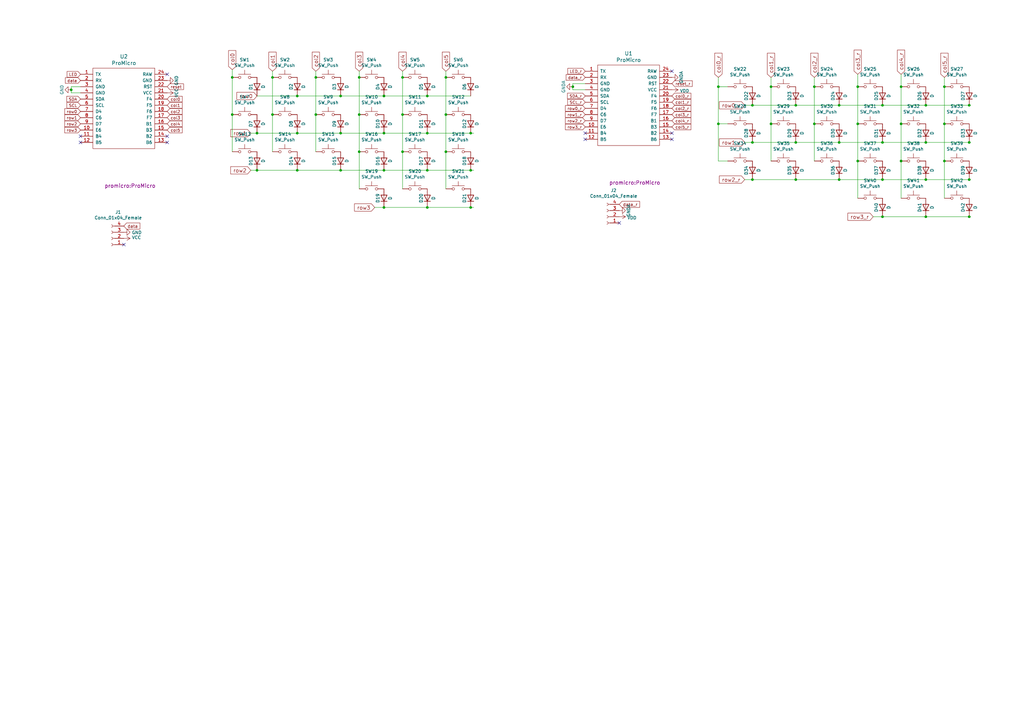
<source format=kicad_sch>
(kicad_sch (version 20211123) (generator eeschema)
  (paper "A3")
  (title_block (title "Corne Cherry") (date "2020-09-28") (rev "3.0.1") (company "foostan"))
  (lib_symbols
    (symbol "Connector:Conn_01x04_Female" (pin_names (offset 1.016) hide)
      (property "Reference" "J" (at 0 5.08 0))
      (property "Value" "Conn_01x04_Female" (at 0 -7.62 0))
      (symbol "Conn_01x04_Female_1_1"
        (arc (start 0 -4.572) (mid -0.508 -5.08) (end 0 -5.588) (stroke (width 0.1524)))
        (arc (start 0 -2.032) (mid -0.508 -2.54) (end 0 -3.048) (stroke (width 0.1524)))
        (polyline (pts (xy -1.27 -5.08) (xy -0.508 -5.08)) (stroke (width 0.1524)))
        (polyline (pts (xy -1.27 -2.54) (xy -0.508 -2.54)) (stroke (width 0.1524)))
        (polyline (pts (xy -1.27 0) (xy -0.508 0)) (stroke (width 0.1524)))
        (polyline (pts (xy -1.27 2.54) (xy -0.508 2.54)) (stroke (width 0.1524)))
        (arc (start 0 0.508) (mid -0.508 0) (end 0 -0.508) (stroke (width 0.1524)))
        (arc (start 0 3.048) (mid -0.508 2.54) (end 0 2.032) (stroke (width 0.1524)))
        (pin passive line (at -5.08 2.54 0) (length 3.81) (name "Pin_1") (number "1"))
        (pin passive line (at -5.08 0 0) (length 3.81) (name "Pin_2") (number "2"))
        (pin passive line (at -5.08 -2.54 0) (length 3.81) (name "Pin_3") (number "3"))
        (pin passive line (at -5.08 -5.08 0) (length 3.81) (name "Pin_4") (number "4"))
      )
    )
    (symbol "Device:D" (pin_numbers hide) (pin_names (offset 1.016) hide)
      (property "Reference" "D" (at 0 2.54 0))
      (property "Value" "D" (at 0 -2.54 0))
      (symbol "D_0_1"
        (polyline (pts (xy -1.27 1.27) (xy -1.27 -1.27)) (stroke (width 0.254)))
        (polyline (pts (xy 1.27 0) (xy -1.27 0)))
        (polyline (pts (xy 1.27 1.27) (xy 1.27 -1.27) (xy -1.27 0) (xy 1.27 1.27)) (stroke (width 0.254)))
      )
      (symbol "D_1_1"
        (pin passive line (at -3.81 0 0) (length 2.54) (name "K") (number "1"))
        (pin passive line (at 3.81 0 180) (length 2.54) (name "A") (number "2"))
      )
    )
    (symbol "Switch:SW_Push" (pin_numbers hide) (pin_names (offset 1.016) hide)
      (property "Reference" "SW" (at 1.27 2.54 0))
      (property "Value" "SW_Push" (at 0 -1.524 0))
      (symbol "SW_Push_0_1"
        (circle (center -2.032 0) (radius 0.508))
        (polyline (pts (xy 0 1.27) (xy 0 3.048)))
        (polyline (pts (xy 2.54 1.27) (xy -2.54 1.27)))
        (circle (center 2.032 0) (radius 0.508))
        (pin passive line (at -5.08 0 0) (length 2.54) (name "1") (number "1"))
        (pin passive line (at 5.08 0 180) (length 2.54) (name "2") (number "2"))
      )
    )
    (symbol "power:GND" (power) (pin_names (offset 0))
      (property "Value" "GND" (at 0 -3.81 0))
      (symbol "GND_0_1"
        (polyline (pts (xy 0 0) (xy 0 -1.27) (xy 1.27 -1.27) (xy 0 -2.54) (xy -1.27 -1.27) (xy 0 -1.27)))
      )
      (symbol "GND_1_1"
        (pin power_in line (at 0 0 270) (length 0) hide (name "GND") (number "1"))
      )
    )
    (symbol "power:GNDA" (power) (pin_names (offset 0))
      (property "Value" "GNDA" (at 0 -3.81 0))
      (symbol "GNDA_0_1"
        (polyline (pts (xy 0 0) (xy 0 -1.27) (xy 1.27 -1.27) (xy 0 -2.54) (xy -1.27 -1.27) (xy 0 -1.27)))
      )
      (symbol "GNDA_1_1"
        (pin power_in line (at 0 0 270) (length 0) hide (name "GNDA") (number "1"))
      )
    )
    (symbol "power:VCC" (power) (pin_names (offset 0))
      (property "Value" "VCC" (at 0 3.81 0))
      (symbol "VCC_0_1"
        (polyline (pts (xy -0.762 1.27) (xy 0 2.54)))
        (polyline (pts (xy 0 0) (xy 0 2.54)))
        (polyline (pts (xy 0 2.54) (xy 0.762 1.27)))
      )
      (symbol "VCC_1_1"
        (pin power_in line (at 0 0 90) (length 0) hide (name "VCC") (number "1"))
      )
    )
    (symbol "power:VDD" (power) (pin_names (offset 0))
      (property "Value" "VDD" (at 0 3.81 0))
      (symbol "VDD_0_1"
        (polyline (pts (xy -0.762 1.27) (xy 0 2.54)))
        (polyline (pts (xy 0 0) (xy 0 2.54)))
        (polyline (pts (xy 0 2.54) (xy 0.762 1.27)))
      )
      (symbol "VDD_1_1"
        (pin power_in line (at 0 0 90) (length 0) hide (name "VDD") (number "1"))
      )
    )
    (symbol "promicro:ProMicro" (pin_names (offset 1.016))
      (property "Reference" "U" (at 0 24.13 0))
      (property "Value" "ProMicro" (at 0 -13.97 0))
      (symbol "ProMicro_0_1"
        (rectangle (start -12.7 21.59) (end 12.7 -11.43))
      )
      (symbol "ProMicro_1_1"
        (pin bidirectional line (at -17.78 19.05 0) (length 5.08) (name "TX") (number "1"))
        (pin bidirectional line (at -17.78 -3.81 0) (length 5.08) (name "E6") (number "10"))
        (pin bidirectional line (at -17.78 -6.35 0) (length 5.08) (name "B4") (number "11"))
        (pin bidirectional line (at -17.78 -8.89 0) (length 5.08) (name "B5") (number "12"))
        (pin bidirectional line (at 17.78 -8.89 180) (length 5.08) (name "B6") (number "13"))
        (pin bidirectional line (at 17.78 -6.35 180) (length 5.08) (name "B2") (number "14"))
        (pin bidirectional line (at 17.78 -3.81 180) (length 5.08) (name "B3") (number "15"))
        (pin bidirectional line (at 17.78 -1.27 180) (length 5.08) (name "B1") (number "16"))
        (pin bidirectional line (at 17.78 1.27 180) (length 5.08) (name "F7") (number "17"))
        (pin bidirectional line (at 17.78 3.81 180) (length 5.08) (name "F6") (number "18"))
        (pin bidirectional line (at 17.78 6.35 180) (length 5.08) (name "F5") (number "19"))
        (pin bidirectional line (at -17.78 16.51 0) (length 5.08) (name "RX") (number "2"))
        (pin bidirectional line (at 17.78 8.89 180) (length 5.08) (name "F4") (number "20"))
        (pin power_in line (at 17.78 11.43 180) (length 5.08) (name "VCC") (number "21"))
        (pin input line (at 17.78 13.97 180) (length 5.08) (name "RST") (number "22"))
        (pin power_in line (at 17.78 16.51 180) (length 5.08) (name "GND") (number "23"))
        (pin power_out line (at 17.78 19.05 180) (length 5.08) (name "RAW") (number "24"))
        (pin power_in line (at -17.78 13.97 0) (length 5.08) (name "GND") (number "3"))
        (pin power_in line (at -17.78 11.43 0) (length 5.08) (name "GND") (number "4"))
        (pin bidirectional line (at -17.78 8.89 0) (length 5.08) (name "SDA") (number "5"))
        (pin bidirectional line (at -17.78 6.35 0) (length 5.08) (name "SCL") (number "6"))
        (pin bidirectional line (at -17.78 3.81 0) (length 5.08) (name "D4") (number "7"))
        (pin bidirectional line (at -17.78 1.27 0) (length 5.08) (name "C6") (number "8"))
        (pin bidirectional line (at -17.78 -1.27 0) (length 5.08) (name "D7") (number "9"))
      )
    )
  )
  (junction (at 175.26 69.85))
  (junction (at 129.54 46.99))
  (junction (at 105.41 69.85))
  (junction (at 334.01 35.56))
  (junction (at 294.64 35.56))
  (junction (at 182.88 31.75))
  (junction (at 175.26 54.61))
  (junction (at 111.76 46.99))
  (junction (at 95.25 46.99))
  (junction (at 308.61 73.66))
  (junction (at 157.48 69.85))
  (junction (at 147.32 62.23))
  (junction (at 326.39 43.18))
  (junction (at 165.1 46.99))
  (junction (at 351.79 35.56))
  (junction (at 344.17 73.66))
  (junction (at 182.88 62.23))
  (junction (at 361.95 58.42))
  (junction (at 316.23 35.56))
  (junction (at 397.51 73.66))
  (junction (at 157.48 85.09))
  (junction (at 175.26 39.37))
  (junction (at 308.61 43.18))
  (junction (at 95.25 31.75))
  (junction (at 379.73 73.66))
  (junction (at 369.57 35.56))
  (junction (at 387.35 50.8))
  (junction (at 387.35 35.56))
  (junction (at 147.32 31.75))
  (junction (at 379.73 58.42))
  (junction (at 369.57 66.04))
  (junction (at 129.54 31.75))
  (junction (at 175.26 85.09))
  (junction (at 105.41 54.61))
  (junction (at 193.04 54.61))
  (junction (at 111.76 31.75))
  (junction (at 121.92 69.85))
  (junction (at 165.1 62.23))
  (junction (at 29.21 36.83))
  (junction (at 121.92 39.37))
  (junction (at 157.48 39.37))
  (junction (at 351.79 66.04))
  (junction (at 344.17 43.18))
  (junction (at 351.79 50.8))
  (junction (at 379.73 43.18))
  (junction (at 344.17 58.42))
  (junction (at 361.95 88.9))
  (junction (at 326.39 73.66))
  (junction (at 316.23 50.8))
  (junction (at 397.51 58.42))
  (junction (at 334.01 50.8))
  (junction (at 193.04 85.09))
  (junction (at 121.92 54.61))
  (junction (at 139.7 39.37))
  (junction (at 139.7 69.85))
  (junction (at 379.73 88.9))
  (junction (at 157.48 54.61))
  (junction (at 182.88 46.99))
  (junction (at 369.57 50.8))
  (junction (at 308.61 58.42))
  (junction (at 234.95 35.56))
  (junction (at 387.35 66.04))
  (junction (at 193.04 69.85))
  (junction (at 397.51 43.18))
  (junction (at 397.51 88.9))
  (junction (at 139.7 54.61))
  (junction (at 326.39 58.42))
  (junction (at 147.32 46.99))
  (junction (at 361.95 73.66))
  (junction (at 361.95 43.18))
  (junction (at 165.1 31.75))
  (junction (at 294.64 50.8))
  (no_connect (at 68.58 58.42))
  (no_connect (at 240.03 54.61))
  (no_connect (at 50.8 100.33))
  (no_connect (at 254 91.44))
  (no_connect (at 275.59 57.15))
  (no_connect (at 275.59 29.21))
  (no_connect (at 240.03 57.15))
  (no_connect (at 68.58 55.88))
  (no_connect (at 33.02 58.42))
  (no_connect (at 275.59 54.61))
  (no_connect (at 68.58 30.48))
  (no_connect (at 33.02 55.88))
  (wire (pts (xy 193.04 54.61) (xy 194.31 54.61)))
  (wire (pts (xy 102.87 54.61) (xy 105.41 54.61)))
  (wire (pts (xy 157.48 85.09) (xy 153.67 85.09)))
  (wire (pts (xy 121.92 69.85) (xy 139.7 69.85)))
  (wire (pts (xy 369.57 30.48) (xy 369.57 35.56)))
  (wire (pts (xy 351.79 30.48) (xy 351.79 35.56)))
  (wire (pts (xy 182.88 46.99) (xy 182.88 62.23)))
  (wire (pts (xy 29.21 38.1) (xy 29.21 36.83)))
  (wire (pts (xy 157.48 39.37) (xy 175.26 39.37)))
  (wire (pts (xy 234.95 34.29) (xy 234.95 35.56)))
  (wire (pts (xy 351.79 35.56) (xy 351.79 50.8)))
  (wire (pts (xy 344.17 43.18) (xy 361.95 43.18)))
  (wire (pts (xy 147.32 31.75) (xy 147.32 46.99)))
  (wire (pts (xy 369.57 35.56) (xy 369.57 50.8)))
  (wire (pts (xy 379.73 73.66) (xy 397.51 73.66)))
  (wire (pts (xy 182.88 62.23) (xy 182.88 77.47)))
  (wire (pts (xy 387.35 31.75) (xy 387.35 35.56)))
  (wire (pts (xy 294.64 35.56) (xy 294.64 50.8)))
  (wire (pts (xy 33.02 38.1) (xy 29.21 38.1)))
  (wire (pts (xy 379.73 43.18) (xy 397.51 43.18)))
  (wire (pts (xy 234.95 36.83) (xy 240.03 36.83)))
  (wire (pts (xy 121.92 39.37) (xy 139.7 39.37)))
  (wire (pts (xy 139.7 54.61) (xy 157.48 54.61)))
  (wire (pts (xy 95.25 31.75) (xy 95.25 46.99)))
  (wire (pts (xy 102.87 69.85) (xy 105.41 69.85)))
  (wire (pts (xy 351.79 50.8) (xy 351.79 66.04)))
  (wire (pts (xy 294.64 50.8) (xy 294.64 66.04)))
  (wire (pts (xy 139.7 69.85) (xy 157.48 69.85)))
  (wire (pts (xy 308.61 73.66) (xy 326.39 73.66)))
  (wire (pts (xy 111.76 46.99) (xy 111.76 62.23)))
  (wire (pts (xy 105.41 39.37) (xy 121.92 39.37)))
  (wire (pts (xy 175.26 85.09) (xy 157.48 85.09)))
  (wire (pts (xy 175.26 54.61) (xy 193.04 54.61)))
  (wire (pts (xy 369.57 66.04) (xy 369.57 81.28)))
  (wire (pts (xy 397.51 58.42) (xy 398.145 58.42)))
  (wire (pts (xy 379.73 88.9) (xy 397.51 88.9)))
  (wire (pts (xy 139.7 39.37) (xy 157.48 39.37)))
  (wire (pts (xy 308.61 58.42) (xy 326.39 58.42)))
  (wire (pts (xy 397.51 73.66) (xy 398.145 73.66)))
  (wire (pts (xy 157.48 54.61) (xy 175.26 54.61)))
  (wire (pts (xy 298.45 66.04) (xy 294.64 66.04)))
  (wire (pts (xy 358.14 88.9) (xy 361.95 88.9)))
  (wire (pts (xy 193.04 69.85) (xy 194.31 69.85)))
  (wire (pts (xy 326.39 58.42) (xy 344.17 58.42)))
  (wire (pts (xy 193.04 85.09) (xy 194.31 85.09)))
  (wire (pts (xy 351.79 66.04) (xy 351.79 81.28)))
  (wire (pts (xy 305.435 58.42) (xy 308.61 58.42)))
  (wire (pts (xy 95.25 46.99) (xy 95.25 62.23)))
  (wire (pts (xy 334.01 31.75) (xy 334.01 35.56)))
  (wire (pts (xy 129.54 46.99) (xy 129.54 31.75)))
  (wire (pts (xy 105.41 54.61) (xy 121.92 54.61)))
  (wire (pts (xy 294.64 31.75) (xy 294.64 35.56)))
  (wire (pts (xy 129.54 62.23) (xy 129.54 46.99)))
  (wire (pts (xy 326.39 43.18) (xy 344.17 43.18)))
  (wire (pts (xy 397.51 88.9) (xy 398.145 88.9)))
  (wire (pts (xy 234.95 35.56) (xy 234.95 36.83)))
  (wire (pts (xy 29.21 35.56) (xy 29.21 36.83)))
  (wire (pts (xy 175.26 69.85) (xy 193.04 69.85)))
  (wire (pts (xy 361.95 73.66) (xy 379.73 73.66)))
  (wire (pts (xy 361.95 58.42) (xy 379.73 58.42)))
  (wire (pts (xy 165.1 46.99) (xy 165.1 62.23)))
  (wire (pts (xy 95.25 28.575) (xy 95.25 31.75)))
  (wire (pts (xy 334.01 50.8) (xy 334.01 66.04)))
  (wire (pts (xy 326.39 73.66) (xy 344.17 73.66)))
  (wire (pts (xy 387.35 66.04) (xy 387.35 81.28)))
  (wire (pts (xy 361.95 88.9) (xy 379.73 88.9)))
  (wire (pts (xy 334.01 35.56) (xy 334.01 50.8)))
  (wire (pts (xy 105.41 69.85) (xy 121.92 69.85)))
  (wire (pts (xy 157.48 69.85) (xy 175.26 69.85)))
  (wire (pts (xy 316.23 31.75) (xy 316.23 35.56)))
  (wire (pts (xy 111.76 31.75) (xy 111.76 46.99)))
  (wire (pts (xy 147.32 46.99) (xy 147.32 62.23)))
  (wire (pts (xy 316.23 35.56) (xy 316.23 50.8)))
  (wire (pts (xy 316.23 50.8) (xy 316.23 66.04)))
  (wire (pts (xy 111.76 29.21) (xy 111.76 31.75)))
  (wire (pts (xy 344.17 73.66) (xy 361.95 73.66)))
  (wire (pts (xy 121.92 54.61) (xy 139.7 54.61)))
  (wire (pts (xy 182.88 31.75) (xy 182.88 46.99)))
  (wire (pts (xy 369.57 50.8) (xy 369.57 66.04)))
  (wire (pts (xy 129.54 31.75) (xy 129.54 29.21)))
  (wire (pts (xy 147.32 62.23) (xy 147.32 77.47)))
  (wire (pts (xy 298.45 50.8) (xy 294.64 50.8)))
  (wire (pts (xy 361.95 43.18) (xy 379.73 43.18)))
  (wire (pts (xy 298.45 35.56) (xy 294.64 35.56)))
  (wire (pts (xy 305.435 73.66) (xy 308.61 73.66)))
  (wire (pts (xy 182.88 29.21) (xy 182.88 31.75)))
  (wire (pts (xy 147.32 29.21) (xy 147.32 31.75)))
  (wire (pts (xy 344.17 58.42) (xy 361.95 58.42)))
  (wire (pts (xy 175.26 39.37) (xy 193.04 39.37)))
  (wire (pts (xy 240.03 34.29) (xy 234.95 34.29)))
  (wire (pts (xy 387.35 50.8) (xy 387.35 66.04)))
  (wire (pts (xy 165.1 29.21) (xy 165.1 31.75)))
  (wire (pts (xy 165.1 31.75) (xy 165.1 46.99)))
  (wire (pts (xy 175.26 85.09) (xy 193.04 85.09)))
  (wire (pts (xy 379.73 58.42) (xy 397.51 58.42)))
  (wire (pts (xy 397.51 43.18) (xy 398.145 43.18)))
  (wire (pts (xy 305.435 43.18) (xy 308.61 43.18)))
  (wire (pts (xy 387.35 35.56) (xy 387.35 50.8)))
  (wire (pts (xy 165.1 62.23) (xy 165.1 77.47)))
  (wire (pts (xy 33.02 35.56) (xy 29.21 35.56)))
  (wire (pts (xy 308.61 43.18) (xy 326.39 43.18)))
  (global_label "col4" (shape input) (at 165.1 29.21 90) (effects (font (size 1.524 1.524))) (property "Intersheet References" "${INTERSHEET_REFS}" (effects hide)))
  (global_label "col3_r" (shape input) (at 275.59 46.99 0) (effects (font (size 1.1938 1.1938))) (property "Intersheet References" "${INTERSHEET_REFS}" (effects hide)))
  (global_label "col1_r" (shape input) (at 316.23 31.75 90) (effects (font (size 1.524 1.524))) (property "Intersheet References" "${INTERSHEET_REFS}" (effects hide)))
  (global_label "col1" (shape input) (at 68.58 43.18 0) (effects (font (size 1.1938 1.1938))) (property "Intersheet References" "${INTERSHEET_REFS}" (effects hide)))
  (global_label "data_r" (shape input) (at 240.03 31.75 180) (effects (font (size 1.1938 1.1938))) (property "Intersheet References" "${INTERSHEET_REFS}" (effects hide)))
  (global_label "col1_r" (shape input) (at 275.59 41.91 0) (effects (font (size 1.1938 1.1938))) (property "Intersheet References" "${INTERSHEET_REFS}" (effects hide)))
  (global_label "row1" (shape input) (at 33.02 48.26 180) (effects (font (size 1.1938 1.1938))) (property "Intersheet References" "${INTERSHEET_REFS}" (effects hide)))
  (global_label "SCL_r" (shape input) (at 240.03 41.91 180) (effects (font (size 1.1938 1.1938))) (property "Intersheet References" "${INTERSHEET_REFS}" (effects hide)))
  (global_label "col0" (shape input) (at 68.58 40.64 0) (effects (font (size 1.1938 1.1938))) (property "Intersheet References" "${INTERSHEET_REFS}" (effects hide)))
  (global_label "col2_r" (shape input) (at 275.59 44.45 0) (effects (font (size 1.1938 1.1938))) (property "Intersheet References" "${INTERSHEET_REFS}" (effects hide)))
  (global_label "col2" (shape input) (at 129.54 29.21 90) (effects (font (size 1.524 1.524))) (property "Intersheet References" "${INTERSHEET_REFS}" (effects hide)))
  (global_label "row3_r" (shape input) (at 358.14 88.9 180) (effects (font (size 1.524 1.524))) (property "Intersheet References" "${INTERSHEET_REFS}" (effects hide)))
  (global_label "row0_r" (shape input) (at 305.435 43.18 180) (effects (font (size 1.524 1.524))) (property "Intersheet References" "${INTERSHEET_REFS}" (effects hide)))
  (global_label "SCL" (shape input) (at 33.02 43.18 180) (effects (font (size 1.1938 1.1938))) (property "Intersheet References" "${INTERSHEET_REFS}" (effects hide)))
  (global_label "row0_r" (shape input) (at 240.03 44.45 180) (effects (font (size 1.1938 1.1938))) (property "Intersheet References" "${INTERSHEET_REFS}" (effects hide)))
  (global_label "row3" (shape input) (at 153.67 85.09 180) (effects (font (size 1.524 1.524))) (property "Intersheet References" "${INTERSHEET_REFS}" (effects hide)))
  (global_label "col4_r" (shape input) (at 369.57 30.48 90) (effects (font (size 1.524 1.524))) (property "Intersheet References" "${INTERSHEET_REFS}" (effects hide)))
  (global_label "col0" (shape input) (at 95.25 28.575 90) (effects (font (size 1.524 1.524))) (property "Intersheet References" "${INTERSHEET_REFS}" (effects hide)))
  (global_label "row3" (shape input) (at 33.02 53.34 180) (effects (font (size 1.1938 1.1938))) (property "Intersheet References" "${INTERSHEET_REFS}" (effects hide)))
  (global_label "row1" (shape input) (at 102.87 54.61 180) (effects (font (size 1.524 1.524))) (property "Intersheet References" "${INTERSHEET_REFS}" (effects hide)))
  (global_label "row2" (shape input) (at 33.02 50.8 180) (effects (font (size 1.1938 1.1938))) (property "Intersheet References" "${INTERSHEET_REFS}" (effects hide)))
  (global_label "reset_r" (shape input) (at 275.59 34.29 0) (effects (font (size 1.1938 1.1938))) (property "Intersheet References" "${INTERSHEET_REFS}" (effects hide)))
  (global_label "col1" (shape input) (at 111.76 29.21 90) (effects (font (size 1.524 1.524))) (property "Intersheet References" "${INTERSHEET_REFS}" (effects hide)))
  (global_label "row2_r" (shape input) (at 240.03 49.53 180) (effects (font (size 1.1938 1.1938))) (property "Intersheet References" "${INTERSHEET_REFS}" (effects hide)))
  (global_label "col3_r" (shape input) (at 351.79 30.48 90) (effects (font (size 1.524 1.524))) (property "Intersheet References" "${INTERSHEET_REFS}" (effects hide)))
  (global_label "col5_r" (shape input) (at 275.59 52.07 0) (effects (font (size 1.1938 1.1938))) (property "Intersheet References" "${INTERSHEET_REFS}" (effects hide)))
  (global_label "LED_r" (shape input) (at 240.03 29.21 180) (effects (font (size 1.1938 1.1938))) (property "Intersheet References" "${INTERSHEET_REFS}" (effects hide)))
  (global_label "row1_r" (shape input) (at 305.435 58.42 180) (effects (font (size 1.524 1.524))) (property "Intersheet References" "${INTERSHEET_REFS}" (effects hide)))
  (global_label "col0_r" (shape input) (at 294.64 31.75 90) (effects (font (size 1.524 1.524))) (property "Intersheet References" "${INTERSHEET_REFS}" (effects hide)))
  (global_label "row3_r" (shape input) (at 240.03 52.07 180) (effects (font (size 1.1938 1.1938))) (property "Intersheet References" "${INTERSHEET_REFS}" (effects hide)))
  (global_label "row1_r" (shape input) (at 240.03 46.99 180) (effects (font (size 1.1938 1.1938))) (property "Intersheet References" "${INTERSHEET_REFS}" (effects hide)))
  (global_label "LED" (shape input) (at 33.02 30.48 180) (effects (font (size 1.1938 1.1938))) (property "Intersheet References" "${INTERSHEET_REFS}" (effects hide)))
  (global_label "col2_r" (shape input) (at 334.01 31.75 90) (effects (font (size 1.524 1.524))) (property "Intersheet References" "${INTERSHEET_REFS}" (effects hide)))
  (global_label "col5_r" (shape input) (at 387.35 31.75 90) (effects (font (size 1.524 1.524))) (property "Intersheet References" "${INTERSHEET_REFS}" (effects hide)))
  (global_label "col5" (shape input) (at 68.58 53.34 0) (effects (font (size 1.1938 1.1938))) (property "Intersheet References" "${INTERSHEET_REFS}" (effects hide)))
  (global_label "col3" (shape input) (at 68.58 48.26 0) (effects (font (size 1.1938 1.1938))) (property "Intersheet References" "${INTERSHEET_REFS}" (effects hide)))
  (global_label "col0_r" (shape input) (at 275.59 39.37 0) (effects (font (size 1.1938 1.1938))) (property "Intersheet References" "${INTERSHEET_REFS}" (effects hide)))
  (global_label "reset" (shape input) (at 68.58 35.56 0) (effects (font (size 1.1938 1.1938))) (property "Intersheet References" "${INTERSHEET_REFS}" (effects hide)))
  (global_label "SDA" (shape input) (at 33.02 40.64 180) (effects (font (size 1.1938 1.1938))) (property "Intersheet References" "${INTERSHEET_REFS}" (effects hide)))
  (global_label "row0" (shape input) (at 33.02 45.72 180) (effects (font (size 1.1938 1.1938))) (property "Intersheet References" "${INTERSHEET_REFS}" (effects hide)))
  (global_label "row2" (shape input) (at 102.87 69.85 180) (effects (font (size 1.524 1.524))) (property "Intersheet References" "${INTERSHEET_REFS}" (effects hide)))
  (global_label "SDA_r" (shape input) (at 240.03 39.37 180) (effects (font (size 1.1938 1.1938))) (property "Intersheet References" "${INTERSHEET_REFS}" (effects hide)))
  (global_label "data_r" (shape input) (at 254 83.82 0) (property "Intersheet References" "${INTERSHEET_REFS}" (effects hide)))
  (global_label "row2_r" (shape input) (at 305.435 73.66 180) (effects (font (size 1.524 1.524))) (property "Intersheet References" "${INTERSHEET_REFS}" (effects hide)))
  (global_label "col3" (shape input) (at 147.32 29.21 90) (effects (font (size 1.524 1.524))) (property "Intersheet References" "${INTERSHEET_REFS}" (effects hide)))
  (global_label "col5" (shape input) (at 182.88 29.21 90) (effects (font (size 1.524 1.524))) (property "Intersheet References" "${INTERSHEET_REFS}" (effects hide)))
  (global_label "row0" (shape input) (at 105.41 39.37 180) (effects (font (size 1.524 1.524))) (property "Intersheet References" "${INTERSHEET_REFS}" (effects hide)))
  (global_label "data" (shape input) (at 50.8 92.71 0) (property "Intersheet References" "${INTERSHEET_REFS}" (effects hide)))
  (global_label "col4" (shape input) (at 68.58 50.8 0) (effects (font (size 1.1938 1.1938))) (property "Intersheet References" "${INTERSHEET_REFS}" (effects hide)))
  (global_label "data" (shape input) (at 33.02 33.02 180) (effects (font (size 1.1938 1.1938))) (property "Intersheet References" "${INTERSHEET_REFS}" (effects hide)))
  (global_label "col2" (shape input) (at 68.58 45.72 0) (effects (font (size 1.1938 1.1938))) (property "Intersheet References" "${INTERSHEET_REFS}" (effects hide)))
  (global_label "col4_r" (shape input) (at 275.59 49.53 0) (effects (font (size 1.1938 1.1938))) (property "Intersheet References" "${INTERSHEET_REFS}" (effects hide)))
  (symbol (lib_id "Device:D") (at 121.92 35.56 90) (unit 1)
    (property "Reference" "D2" (at 119.38 35.56 0))
    (property "Value" "D" (at 124.46 35.56 0))
    (property "Footprint" "Keebio-Parts:Diode-Hybrid-Back" (effects hide))
  )
  (symbol (lib_id "Device:D") (at 139.7 35.56 90) (unit 1)
    (property "Reference" "D3" (at 137.16 35.56 0))
    (property "Value" "D" (at 142.24 35.56 0))
    (property "Footprint" "Keebio-Parts:Diode-Hybrid-Back" (effects hide))
  )
  (symbol (lib_id "Device:D") (at 157.48 35.56 90) (unit 1)
    (property "Reference" "D4" (at 154.94 35.56 0))
    (property "Value" "D" (at 160.02 35.56 0))
    (property "Footprint" "Keebio-Parts:Diode-Hybrid-Back" (effects hide))
  )
  (symbol (lib_id "Device:D") (at 175.26 35.56 90) (unit 1)
    (property "Reference" "D5" (at 172.72 35.56 0))
    (property "Value" "D" (at 177.8 35.56 0))
    (property "Footprint" "Keebio-Parts:Diode-Hybrid-Back" (effects hide))
  )
  (symbol (lib_id "Device:D") (at 193.04 35.56 90) (unit 1)
    (property "Reference" "D6" (at 190.5 35.56 0))
    (property "Value" "D" (at 195.58 35.56 0))
    (property "Footprint" "Keebio-Parts:Diode-Hybrid-Back" (effects hide))
  )
  (symbol (lib_id "Device:D") (at 105.41 35.56 90) (unit 1)
    (property "Reference" "D1" (at 102.87 35.56 0))
    (property "Value" "D" (at 107.95 35.56 0))
    (property "Footprint" "Keebio-Parts:Diode-Hybrid-Back" (effects hide))
  )
  (symbol (lib_id "Device:D") (at 121.92 50.8 90) (unit 1)
    (property "Reference" "D8" (at 119.38 50.8 0))
    (property "Value" "D" (at 124.46 50.8 0))
    (property "Footprint" "Keebio-Parts:Diode-Hybrid-Back" (effects hide))
  )
  (symbol (lib_id "Device:D") (at 139.7 50.8 90) (unit 1)
    (property "Reference" "D9" (at 137.16 50.8 0))
    (property "Value" "D" (at 142.24 50.8 0))
    (property "Footprint" "Keebio-Parts:Diode-Hybrid-Back" (effects hide))
  )
  (symbol (lib_id "Device:D") (at 157.48 50.8 90) (unit 1)
    (property "Reference" "D10" (at 154.94 50.8 0))
    (property "Value" "D" (at 160.02 50.8 0))
    (property "Footprint" "Keebio-Parts:Diode-Hybrid-Back" (effects hide))
  )
  (symbol (lib_id "Device:D") (at 175.26 50.8 90) (unit 1)
    (property "Reference" "D11" (at 172.72 50.8 0))
    (property "Value" "D" (at 177.8 50.8 0))
    (property "Footprint" "Keebio-Parts:Diode-Hybrid-Back" (effects hide))
  )
  (symbol (lib_id "Device:D") (at 193.04 50.8 90) (unit 1)
    (property "Reference" "D12" (at 190.5 50.8 0))
    (property "Value" "D" (at 195.58 50.8 0))
    (property "Footprint" "Keebio-Parts:Diode-Hybrid-Back" (effects hide))
  )
  (symbol (lib_id "Device:D") (at 105.41 50.8 90) (unit 1)
    (property "Reference" "D7" (at 102.87 50.8 0))
    (property "Value" "D" (at 107.95 50.8 0))
    (property "Footprint" "Keebio-Parts:Diode-Hybrid-Back" (effects hide))
  )
  (symbol (lib_id "Device:D") (at 121.92 66.04 90) (unit 1)
    (property "Reference" "D14" (at 119.38 66.04 0))
    (property "Value" "D" (at 124.46 66.04 0))
    (property "Footprint" "Keebio-Parts:Diode-Hybrid-Back" (effects hide))
  )
  (symbol (lib_id "Device:D") (at 139.7 66.04 90) (unit 1)
    (property "Reference" "D15" (at 137.16 66.04 0))
    (property "Value" "D" (at 142.24 66.04 0))
    (property "Footprint" "Keebio-Parts:Diode-Hybrid-Back" (effects hide))
  )
  (symbol (lib_id "Device:D") (at 157.48 66.04 90) (unit 1)
    (property "Reference" "D16" (at 154.94 66.04 0))
    (property "Value" "D" (at 160.02 66.04 0))
    (property "Footprint" "Keebio-Parts:Diode-Hybrid-Back" (effects hide))
  )
  (symbol (lib_id "Device:D") (at 175.26 66.04 90) (unit 1)
    (property "Reference" "D17" (at 172.72 66.04 0))
    (property "Value" "D" (at 177.8 66.04 0))
    (property "Footprint" "Keebio-Parts:Diode-Hybrid-Back" (effects hide))
  )
  (symbol (lib_id "Device:D") (at 193.04 66.04 90) (unit 1)
    (property "Reference" "D18" (at 190.5 66.04 0))
    (property "Value" "D" (at 195.58 66.04 0))
    (property "Footprint" "Keebio-Parts:Diode-Hybrid-Back" (effects hide))
  )
  (symbol (lib_id "Device:D") (at 105.41 66.04 90) (unit 1)
    (property "Reference" "D13" (at 102.87 66.04 0))
    (property "Value" "D" (at 107.95 66.04 0))
    (property "Footprint" "Keebio-Parts:Diode-Hybrid-Back" (effects hide))
  )
  (symbol (lib_id "Device:D") (at 175.26 81.28 90) (unit 1)
    (property "Reference" "D20" (at 172.72 81.28 0))
    (property "Value" "D" (at 177.8 81.28 0))
    (property "Footprint" "Keebio-Parts:Diode-Hybrid-Back" (effects hide))
  )
  (symbol (lib_id "Device:D") (at 193.04 81.28 90) (unit 1)
    (property "Reference" "D21" (at 190.5 81.28 0))
    (property "Value" "D" (at 195.58 81.28 0))
    (property "Footprint" "Keebio-Parts:Diode-Hybrid-Back" (effects hide))
  )
  (symbol (lib_id "Device:D") (at 157.48 81.28 90) (unit 1)
    (property "Reference" "D19" (at 154.94 81.28 0))
    (property "Value" "D" (at 160.02 81.28 0))
    (property "Footprint" "Keebio-Parts:Diode-Hybrid-Back" (effects hide))
  )
  (symbol (lib_id "power:GND") (at 68.58 33.02 90) (unit 1)
    (property "Reference" "#PWR02" (effects hide))
    (property "Value" "GND" (at 72.39 33.02 0))
  )
  (symbol (lib_id "power:VCC") (at 68.58 38.1 270) (unit 1)
    (property "Reference" "#PWR06" (effects hide))
    (property "Value" "VCC" (at 72.39 38.1 0))
  )
  (symbol (lib_id "power:GND") (at 29.21 36.83 270) (unit 1)
    (property "Reference" "#PWR04" (effects hide))
    (property "Value" "GND" (at 25.4 36.83 0))
  )
  (symbol (lib_id "power:GNDA") (at 275.59 31.75 90) (unit 1)
    (property "Reference" "#PWR01" (effects hide))
    (property "Value" "GNDA" (at 279.4 31.75 0))
  )
  (symbol (lib_id "power:GNDA") (at 234.95 35.56 270) (unit 1)
    (property "Reference" "#PWR03" (effects hide))
    (property "Value" "GNDA" (at 231.14 35.56 0))
  )
  (symbol (lib_id "power:VDD") (at 275.59 36.83 270) (unit 1)
    (property "Reference" "#PWR05" (effects hide))
    (property "Value" "VDD" (at 278.8412 37.2618 90) (effects (justify left)))
  )
  (symbol (lib_id "power:VCC") (at 50.8 97.79 270) (mirror x) (unit 1)
    (property "Reference" "#PWR0101" (effects hide))
    (property "Value" "VCC" (at 54.0512 97.409 90) (effects (justify left)))
  )
  (symbol (lib_id "power:GND") (at 50.8 95.25 90) (mirror x) (unit 1)
    (property "Reference" "#PWR0102" (effects hide))
    (property "Value" "GND" (at 54.0512 95.377 90) (effects (justify right)))
  )
  (symbol (lib_id "Connector:Conn_01x04_Female") (at 45.72 97.79 180) (unit 1)
    (property "Reference" "J1" (at 48.4632 86.995 0))
    (property "Value" "Conn_01x04_Female" (at 48.4632 89.3064 0))
    (property "Footprint" "Keebio-Parts:TRRS-PJ-320A" (effects hide))
  )
  (symbol (lib_id "Connector:Conn_01x04_Female") (at 248.92 88.9 180) (unit 1)
    (property "Reference" "J2" (at 251.6632 78.105 0))
    (property "Value" "Conn_01x04_Female" (at 251.6632 80.4164 0))
    (property "Footprint" "Keebio-Parts:TRRS-PJ-320A" (effects hide))
  )
  (symbol (lib_id "power:VDD") (at 254 88.9 270) (unit 1)
    (property "Reference" "#PWR0103" (effects hide))
    (property "Value" "VDD" (at 257.2512 89.3318 90) (effects (justify left)))
  )
  (symbol (lib_id "Switch:SW_Push") (at 100.33 31.75 0) (unit 1)
    (property "Reference" "SW1" (at 100.33 24.511 0))
    (property "Value" "SW_Push" (at 100.33 26.8224 0))
    (property "Footprint" "SMKVintLinear-Footprint:SMK-JM0404-1U" (effects hide))
  )
  (symbol (lib_id "Switch:SW_Push") (at 116.84 31.75 0) (unit 1)
    (property "Reference" "SW2" (at 116.84 24.511 0))
    (property "Value" "SW_Push" (at 116.84 26.8224 0))
    (property "Footprint" "SMKVintLinear-Footprint:SMK-JM0404-1U" (effects hide))
  )
  (symbol (lib_id "Switch:SW_Push") (at 134.62 31.75 0) (unit 1)
    (property "Reference" "SW3" (at 134.62 24.511 0))
    (property "Value" "SW_Push" (at 134.62 26.8224 0))
    (property "Footprint" "SMKVintLinear-Footprint:SMK-JM0404-1U" (effects hide))
  )
  (symbol (lib_id "Switch:SW_Push") (at 152.4 31.75 0) (unit 1)
    (property "Reference" "SW4" (at 152.4 24.511 0))
    (property "Value" "SW_Push" (at 152.4 26.8224 0))
    (property "Footprint" "SMKVintLinear-Footprint:SMK-JM0404-1U" (effects hide))
  )
  (symbol (lib_id "Switch:SW_Push") (at 170.18 31.75 0) (unit 1)
    (property "Reference" "SW5" (at 170.18 24.511 0))
    (property "Value" "SW_Push" (at 170.18 26.8224 0))
    (property "Footprint" "SMKVintLinear-Footprint:SMK-JM0404-1U" (effects hide))
  )
  (symbol (lib_id "Switch:SW_Push") (at 187.96 31.75 0) (unit 1)
    (property "Reference" "SW6" (at 187.96 24.511 0))
    (property "Value" "SW_Push" (at 187.96 26.8224 0))
    (property "Footprint" "SMKVintLinear-Footprint:SMK-JM0404-1U" (effects hide))
  )
  (symbol (lib_id "Switch:SW_Push") (at 100.33 46.99 0) (unit 1)
    (property "Reference" "SW7" (at 100.33 39.751 0))
    (property "Value" "SW_Push" (at 100.33 42.0624 0))
    (property "Footprint" "SMKVintLinear-Footprint:SMK-JM0404-1U" (effects hide))
  )
  (symbol (lib_id "Switch:SW_Push") (at 116.84 46.99 0) (unit 1)
    (property "Reference" "SW8" (at 116.84 39.751 0))
    (property "Value" "SW_Push" (at 116.84 42.0624 0))
    (property "Footprint" "SMKVintLinear-Footprint:SMK-JM0404-1U" (effects hide))
  )
  (symbol (lib_id "Switch:SW_Push") (at 134.62 46.99 0) (unit 1)
    (property "Reference" "SW9" (at 134.62 39.751 0))
    (property "Value" "SW_Push" (at 134.62 42.0624 0))
    (property "Footprint" "SMKVintLinear-Footprint:SMK-JM0404-1U" (effects hide))
  )
  (symbol (lib_id "Switch:SW_Push") (at 152.4 46.99 0) (unit 1)
    (property "Reference" "SW10" (at 152.4 39.751 0))
    (property "Value" "SW_Push" (at 152.4 42.0624 0))
    (property "Footprint" "SMKVintLinear-Footprint:SMK-JM0404-1U" (effects hide))
  )
  (symbol (lib_id "Switch:SW_Push") (at 170.18 46.99 0) (unit 1)
    (property "Reference" "SW11" (at 170.18 39.751 0))
    (property "Value" "SW_Push" (at 170.18 42.0624 0))
    (property "Footprint" "SMKVintLinear-Footprint:SMK-JM0404-1U" (effects hide))
  )
  (symbol (lib_id "Switch:SW_Push") (at 187.96 46.99 0) (unit 1)
    (property "Reference" "SW12" (at 187.96 39.751 0))
    (property "Value" "SW_Push" (at 187.96 42.0624 0))
    (property "Footprint" "SMKVintLinear-Footprint:SMK-JM0404-1U" (effects hide))
  )
  (symbol (lib_id "Switch:SW_Push") (at 100.33 62.23 0) (unit 1)
    (property "Reference" "SW13" (at 100.33 54.991 0))
    (property "Value" "SW_Push" (at 100.33 57.3024 0))
    (property "Footprint" "SMKVintLinear-Footprint:SMK-JM0404-1U" (effects hide))
  )
  (symbol (lib_id "Switch:SW_Push") (at 116.84 62.23 0) (unit 1)
    (property "Reference" "SW14" (at 116.84 54.991 0))
    (property "Value" "SW_Push" (at 116.84 57.3024 0))
    (property "Footprint" "SMKVintLinear-Footprint:SMK-JM0404-1U" (effects hide))
  )
  (symbol (lib_id "Switch:SW_Push") (at 134.62 62.23 0) (unit 1)
    (property "Reference" "SW15" (at 134.62 54.991 0))
    (property "Value" "SW_Push" (at 134.62 57.3024 0))
    (property "Footprint" "SMKVintLinear-Footprint:SMK-JM0404-1U" (effects hide))
  )
  (symbol (lib_id "Switch:SW_Push") (at 152.4 62.23 0) (unit 1)
    (property "Reference" "SW16" (at 152.4 54.991 0))
    (property "Value" "SW_Push" (at 152.4 57.3024 0))
    (property "Footprint" "SMKVintLinear-Footprint:SMK-JM0404-1U" (effects hide))
  )
  (symbol (lib_id "Switch:SW_Push") (at 170.18 62.23 0) (unit 1)
    (property "Reference" "SW17" (at 170.18 54.991 0))
    (property "Value" "SW_Push" (at 170.18 57.3024 0))
    (property "Footprint" "SMKVintLinear-Footprint:SMK-JM0404-1U" (effects hide))
  )
  (symbol (lib_id "Switch:SW_Push") (at 187.96 62.23 0) (unit 1)
    (property "Reference" "SW18" (at 187.96 54.991 0))
    (property "Value" "SW_Push" (at 187.96 57.3024 0))
    (property "Footprint" "SMKVintLinear-Footprint:SMK-JM0404-1U" (effects hide))
  )
  (symbol (lib_id "Switch:SW_Push") (at 187.96 77.47 0) (unit 1)
    (property "Reference" "SW21" (at 187.96 70.231 0))
    (property "Value" "SW_Push" (at 187.96 72.5424 0))
    (property "Footprint" "SMKVintLinear-Footprint:SMK-JM0404-1U" (effects hide))
  )
  (symbol (lib_id "Switch:SW_Push") (at 170.18 77.47 0) (unit 1)
    (property "Reference" "SW20" (at 170.18 70.231 0))
    (property "Value" "SW_Push" (at 170.18 72.5424 0))
    (property "Footprint" "SMKVintLinear-Footprint:SMK-JM0404-1U" (effects hide))
  )
  (symbol (lib_id "Switch:SW_Push") (at 152.4 77.47 0) (unit 1)
    (property "Reference" "SW19" (at 152.4 70.231 0))
    (property "Value" "SW_Push" (at 152.4 72.5424 0))
    (property "Footprint" "SMKVintLinear-Footprint:SMK-JM0404-1U" (effects hide))
  )
  (symbol (lib_id "power:GNDA") (at 254 86.36 90) (unit 1)
    (property "Reference" "#PWR0104" (effects hide))
    (property "Value" "GNDA" (at 257.81 86.36 0))
  )
  (symbol (lib_id "promicro:ProMicro") (at 257.81 48.26 0) (unit 1)
    (property "Reference" "U1" (at 257.81 21.9202 0) (effects (font (size 1.524 1.524))))
    (property "Value" "ProMicro" (at 257.81 24.6126 0) (effects (font (size 1.524 1.524))))
    (property "Footprint" "promicro:ProMicro" (at 260.35 74.93 0) (effects (font (size 1.524 1.524))))
  )
  (symbol (lib_id "promicro:ProMicro") (at 50.8 49.53 0) (unit 1)
    (property "Reference" "U2" (at 50.8 23.1902 0) (effects (font (size 1.524 1.524))))
    (property "Value" "ProMicro" (at 50.8 25.8826 0) (effects (font (size 1.524 1.524))))
    (property "Footprint" "promicro:ProMicro" (at 53.34 76.2 0) (effects (font (size 1.524 1.524))))
  )
  (symbol (lib_id "Device:D") (at 326.39 39.37 90) (unit 1)
    (property "Reference" "D23" (at 323.85 39.37 0))
    (property "Value" "D" (at 328.93 39.37 0))
    (property "Footprint" "Keebio-Parts:Diode-Hybrid-Back" (effects hide))
  )
  (symbol (lib_id "Device:D") (at 344.17 39.37 90) (unit 1)
    (property "Reference" "D24" (at 341.63 39.37 0))
    (property "Value" "D" (at 346.71 39.37 0))
    (property "Footprint" "Keebio-Parts:Diode-Hybrid-Back" (effects hide))
  )
  (symbol (lib_id "Device:D") (at 361.95 39.37 90) (unit 1)
    (property "Reference" "D25" (at 359.41 39.37 0))
    (property "Value" "D" (at 364.49 39.37 0))
    (property "Footprint" "Keebio-Parts:Diode-Hybrid-Back" (effects hide))
  )
  (symbol (lib_id "Device:D") (at 379.73 39.37 90) (unit 1)
    (property "Reference" "D26" (at 377.19 39.37 0))
    (property "Value" "D" (at 382.27 39.37 0))
    (property "Footprint" "Keebio-Parts:Diode-Hybrid-Back" (effects hide))
  )
  (symbol (lib_id "Device:D") (at 397.51 39.37 90) (unit 1)
    (property "Reference" "D27" (at 394.97 39.37 0))
    (property "Value" "D" (at 400.05 39.37 0))
    (property "Footprint" "Keebio-Parts:Diode-Hybrid-Back" (effects hide))
  )
  (symbol (lib_id "Device:D") (at 326.39 54.61 90) (unit 1)
    (property "Reference" "D29" (at 323.85 54.61 0))
    (property "Value" "D" (at 328.93 54.61 0))
    (property "Footprint" "Keebio-Parts:Diode-Hybrid-Back" (effects hide))
  )
  (symbol (lib_id "Device:D") (at 344.17 54.61 90) (unit 1)
    (property "Reference" "D30" (at 341.63 54.61 0))
    (property "Value" "D" (at 346.71 54.61 0))
    (property "Footprint" "Keebio-Parts:Diode-Hybrid-Back" (effects hide))
  )
  (symbol (lib_id "Device:D") (at 361.95 54.61 90) (unit 1)
    (property "Reference" "D31" (at 359.41 54.61 0))
    (property "Value" "D" (at 364.49 54.61 0))
    (property "Footprint" "Keebio-Parts:Diode-Hybrid-Back" (effects hide))
  )
  (symbol (lib_id "Device:D") (at 379.73 54.61 90) (unit 1)
    (property "Reference" "D32" (at 377.19 54.61 0))
    (property "Value" "D" (at 382.27 54.61 0))
    (property "Footprint" "Keebio-Parts:Diode-Hybrid-Back" (effects hide))
  )
  (symbol (lib_id "Device:D") (at 397.51 54.61 90) (unit 1)
    (property "Reference" "D33" (at 394.97 54.61 0))
    (property "Value" "D" (at 400.05 54.61 0))
    (property "Footprint" "Keebio-Parts:Diode-Hybrid-Back" (effects hide))
  )
  (symbol (lib_id "Device:D") (at 308.61 54.61 90) (unit 1)
    (property "Reference" "D28" (at 306.07 54.61 0))
    (property "Value" "D" (at 311.15 54.61 0))
    (property "Footprint" "Keebio-Parts:Diode-Hybrid-Back" (effects hide))
  )
  (symbol (lib_id "Device:D") (at 326.39 69.85 90) (unit 1)
    (property "Reference" "D35" (at 323.85 69.85 0))
    (property "Value" "D" (at 328.93 69.85 0))
    (property "Footprint" "Keebio-Parts:Diode-Hybrid-Back" (effects hide))
  )
  (symbol (lib_id "Device:D") (at 344.17 69.85 90) (unit 1)
    (property "Reference" "D36" (at 341.63 69.85 0))
    (property "Value" "D" (at 346.71 69.85 0))
    (property "Footprint" "Keebio-Parts:Diode-Hybrid-Back" (effects hide))
  )
  (symbol (lib_id "Device:D") (at 361.95 69.85 90) (unit 1)
    (property "Reference" "D37" (at 359.41 69.85 0))
    (property "Value" "D" (at 364.49 69.85 0))
    (property "Footprint" "Keebio-Parts:Diode-Hybrid-Back" (effects hide))
  )
  (symbol (lib_id "Device:D") (at 379.73 69.85 90) (unit 1)
    (property "Reference" "D38" (at 377.19 69.85 0))
    (property "Value" "D" (at 382.27 69.85 0))
    (property "Footprint" "Keebio-Parts:Diode-Hybrid-Back" (effects hide))
  )
  (symbol (lib_id "Device:D") (at 397.51 69.85 90) (unit 1)
    (property "Reference" "D39" (at 394.97 69.85 0))
    (property "Value" "D" (at 400.05 69.85 0))
    (property "Footprint" "Keebio-Parts:Diode-Hybrid-Back" (effects hide))
  )
  (symbol (lib_id "Device:D") (at 308.61 69.85 90) (unit 1)
    (property "Reference" "D34" (at 306.07 69.85 0))
    (property "Value" "D" (at 311.15 69.85 0))
    (property "Footprint" "Keebio-Parts:Diode-Hybrid-Back" (effects hide))
  )
  (symbol (lib_id "Device:D") (at 379.73 85.09 90) (unit 1)
    (property "Reference" "D41" (at 377.19 85.09 0))
    (property "Value" "D" (at 382.27 85.09 0))
    (property "Footprint" "Keebio-Parts:Diode-Hybrid-Back" (effects hide))
  )
  (symbol (lib_id "Device:D") (at 397.51 85.09 90) (unit 1)
    (property "Reference" "D42" (at 394.97 85.09 0))
    (property "Value" "D" (at 400.05 85.09 0))
    (property "Footprint" "Keebio-Parts:Diode-Hybrid-Back" (effects hide))
  )
  (symbol (lib_id "Device:D") (at 361.95 85.09 90) (unit 1)
    (property "Reference" "D40" (at 359.41 85.09 0))
    (property "Value" "D" (at 364.49 85.09 0))
    (property "Footprint" "Keebio-Parts:Diode-Hybrid-Back" (effects hide))
  )
  (symbol (lib_id "Device:D") (at 308.61 39.37 90) (unit 1)
    (property "Reference" "D22" (at 306.07 39.37 0))
    (property "Value" "D" (at 311.15 39.37 0))
    (property "Footprint" "Keebio-Parts:Diode-Hybrid-Back" (effects hide))
  )
  (symbol (lib_id "Switch:SW_Push") (at 303.53 35.56 0) (unit 1)
    (property "Reference" "SW22" (at 303.53 28.321 0))
    (property "Value" "SW_Push" (at 303.53 30.6324 0))
    (property "Footprint" "SMKVintLinear-Footprint:SMK-JM0404-1U" (effects hide))
  )
  (symbol (lib_id "Switch:SW_Push") (at 321.31 35.56 0) (unit 1)
    (property "Reference" "SW23" (at 321.31 28.321 0))
    (property "Value" "SW_Push" (at 321.31 30.6324 0))
    (property "Footprint" "SMKVintLinear-Footprint:SMK-JM0404-1U" (effects hide))
  )
  (symbol (lib_id "Switch:SW_Push") (at 339.09 35.56 0) (unit 1)
    (property "Reference" "SW24" (at 339.09 28.321 0))
    (property "Value" "SW_Push" (at 339.09 30.6324 0))
    (property "Footprint" "SMKVintLinear-Footprint:SMK-JM0404-1U" (effects hide))
  )
  (symbol (lib_id "Switch:SW_Push") (at 356.87 35.56 0) (unit 1)
    (property "Reference" "SW25" (at 356.87 28.321 0))
    (property "Value" "SW_Push" (at 356.87 30.6324 0))
    (property "Footprint" "SMKVintLinear-Footprint:SMK-JM0404-1U" (effects hide))
  )
  (symbol (lib_id "Switch:SW_Push") (at 374.65 35.56 0) (unit 1)
    (property "Reference" "SW26" (at 374.65 28.321 0))
    (property "Value" "SW_Push" (at 374.65 30.6324 0))
    (property "Footprint" "SMKVintLinear-Footprint:SMK-JM0404-1U" (effects hide))
  )
  (symbol (lib_id "Switch:SW_Push") (at 392.43 35.56 0) (unit 1)
    (property "Reference" "SW27" (at 392.43 28.321 0))
    (property "Value" "SW_Push" (at 392.43 30.6324 0))
    (property "Footprint" "SMKVintLinear-Footprint:SMK-JM0404-1U" (effects hide))
  )
  (symbol (lib_id "Switch:SW_Push") (at 303.53 50.8 0) (unit 1)
    (property "Reference" "SW28" (at 303.53 43.561 0))
    (property "Value" "SW_Push" (at 303.53 45.8724 0))
    (property "Footprint" "SMKVintLinear-Footprint:SMK-JM0404-1U" (effects hide))
  )
  (symbol (lib_id "Switch:SW_Push") (at 321.31 50.8 0) (unit 1)
    (property "Reference" "SW29" (at 321.31 43.561 0))
    (property "Value" "SW_Push" (at 321.31 45.8724 0))
    (property "Footprint" "SMKVintLinear-Footprint:SMK-JM0404-1U" (effects hide))
  )
  (symbol (lib_id "Switch:SW_Push") (at 339.09 50.8 0) (unit 1)
    (property "Reference" "SW30" (at 339.09 43.561 0))
    (property "Value" "SW_Push" (at 339.09 45.8724 0))
    (property "Footprint" "SMKVintLinear-Footprint:SMK-JM0404-1U" (effects hide))
  )
  (symbol (lib_id "Switch:SW_Push") (at 356.87 50.8 0) (unit 1)
    (property "Reference" "SW31" (at 356.87 43.561 0))
    (property "Value" "SW_Push" (at 356.87 45.8724 0))
    (property "Footprint" "SMKVintLinear-Footprint:SMK-JM0404-1U" (effects hide))
  )
  (symbol (lib_id "Switch:SW_Push") (at 374.65 50.8 0) (unit 1)
    (property "Reference" "SW32" (at 374.65 43.561 0))
    (property "Value" "SW_Push" (at 374.65 45.8724 0))
    (property "Footprint" "SMKVintLinear-Footprint:SMK-JM0404-1U" (effects hide))
  )
  (symbol (lib_id "Switch:SW_Push") (at 392.43 50.8 0) (unit 1)
    (property "Reference" "SW33" (at 392.43 43.561 0))
    (property "Value" "SW_Push" (at 392.43 45.8724 0))
    (property "Footprint" "SMKVintLinear-Footprint:SMK-JM0404-1U" (effects hide))
  )
  (symbol (lib_id "Switch:SW_Push") (at 303.53 66.04 0) (unit 1)
    (property "Reference" "SW34" (at 303.53 58.801 0))
    (property "Value" "SW_Push" (at 303.53 61.1124 0))
    (property "Footprint" "SMKVintLinear-Footprint:SMK-JM0404-1U" (effects hide))
  )
  (symbol (lib_id "Switch:SW_Push") (at 321.31 66.04 0) (unit 1)
    (property "Reference" "SW35" (at 321.31 58.801 0))
    (property "Value" "SW_Push" (at 321.31 61.1124 0))
    (property "Footprint" "SMKVintLinear-Footprint:SMK-JM0404-1U" (effects hide))
  )
  (symbol (lib_id "Switch:SW_Push") (at 339.09 66.04 0) (unit 1)
    (property "Reference" "SW36" (at 339.09 58.801 0))
    (property "Value" "SW_Push" (at 339.09 61.1124 0))
    (property "Footprint" "SMKVintLinear-Footprint:SMK-JM0404-1U" (effects hide))
  )
  (symbol (lib_id "Switch:SW_Push") (at 356.87 66.04 0) (unit 1)
    (property "Reference" "SW37" (at 356.87 58.801 0))
    (property "Value" "SW_Push" (at 356.87 61.1124 0))
    (property "Footprint" "SMKVintLinear-Footprint:SMK-JM0404-1U" (effects hide))
  )
  (symbol (lib_id "Switch:SW_Push") (at 374.65 66.04 0) (unit 1)
    (property "Reference" "SW38" (at 374.65 58.801 0))
    (property "Value" "SW_Push" (at 374.65 61.1124 0))
    (property "Footprint" "SMKVintLinear-Footprint:SMK-JM0404-1U" (effects hide))
  )
  (symbol (lib_id "Switch:SW_Push") (at 392.43 66.04 0) (unit 1)
    (property "Reference" "SW39" (at 392.43 58.801 0))
    (property "Value" "SW_Push" (at 392.43 61.1124 0))
    (property "Footprint" "SMKVintLinear-Footprint:SMK-JM0404-1U" (effects hide))
  )
  (symbol (lib_id "Switch:SW_Push") (at 392.43 81.28 0) (unit 1)
    (property "Reference" "SW42" (at 392.43 74.041 0))
    (property "Value" "SW_Push" (at 392.43 76.3524 0))
    (property "Footprint" "SMKVintLinear-Footprint:SMK-JM0404-1U" (effects hide))
  )
  (symbol (lib_id "Switch:SW_Push") (at 374.65 81.28 0) (unit 1)
    (property "Reference" "SW41" (at 374.65 74.041 0))
    (property "Value" "SW_Push" (at 374.65 76.3524 0))
    (property "Footprint" "SMKVintLinear-Footprint:SMK-JM0404-1U" (effects hide))
  )
  (symbol (lib_id "Switch:SW_Push") (at 356.87 81.28 0) (unit 1)
    (property "Reference" "SW40" (at 356.87 74.041 0))
    (property "Value" "SW_Push" (at 356.87 76.3524 0))
    (property "Footprint" "SMKVintLinear-Footprint:SMK-JM0404-1U" (effects hide))
  )
)
</source>
